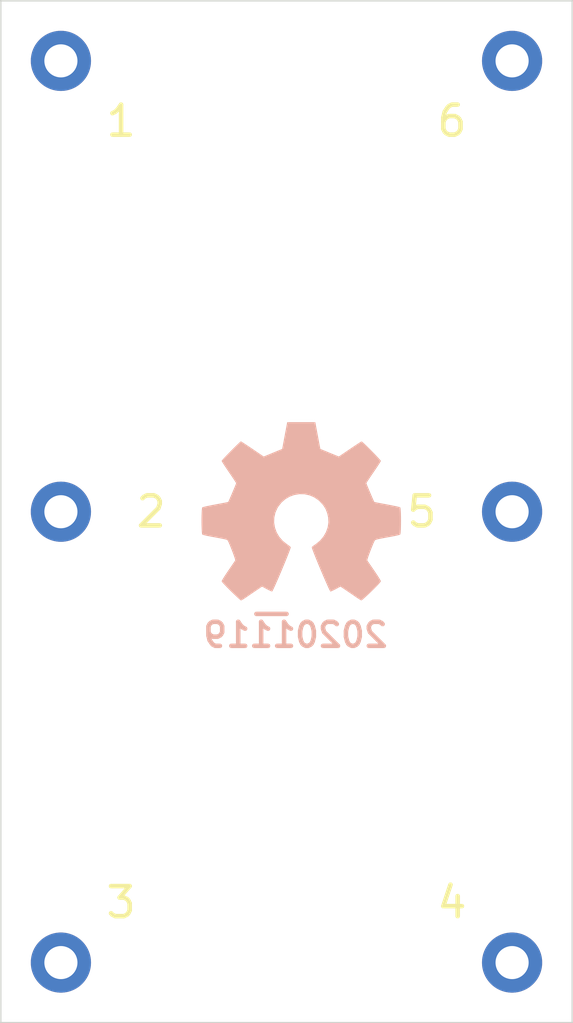
<source format=kicad_pcb>
(kicad_pcb (version 20171130) (host pcbnew 5.1.8-db9833491~87~ubuntu20.04.1)

  (general
    (thickness 1.6)
    (drawings 4)
    (tracks 0)
    (zones 0)
    (modules 8)
    (nets 2)
  )

  (page A4)
  (layers
    (0 F.Cu signal)
    (31 B.Cu signal)
    (32 B.Adhes user)
    (33 F.Adhes user)
    (34 B.Paste user)
    (35 F.Paste user)
    (36 B.SilkS user)
    (37 F.SilkS user)
    (38 B.Mask user)
    (39 F.Mask user)
    (40 Dwgs.User user)
    (41 Cmts.User user)
    (42 Eco1.User user)
    (43 Eco2.User user)
    (44 Edge.Cuts user)
    (45 Margin user)
    (46 B.CrtYd user)
    (47 F.CrtYd user)
    (48 B.Fab user)
    (49 F.Fab user)
  )

  (setup
    (last_trace_width 0.25)
    (user_trace_width 0.2)
    (user_trace_width 0.3)
    (user_trace_width 0.4)
    (user_trace_width 0.6)
    (user_trace_width 0.8)
    (user_trace_width 1)
    (user_trace_width 1.2)
    (user_trace_width 1.4)
    (user_trace_width 1.6)
    (user_trace_width 2)
    (trace_clearance 0.2)
    (zone_clearance 0.508)
    (zone_45_only no)
    (trace_min 0.1524)
    (via_size 0.8)
    (via_drill 0.4)
    (via_min_size 0.381)
    (via_min_drill 0.254)
    (user_via 0.4 0.254)
    (user_via 0.5 0.3)
    (user_via 0.6 0.4)
    (user_via 0.8 0.6)
    (user_via 1.1 0.8)
    (user_via 1.3 1)
    (user_via 1.5 1.2)
    (user_via 1.7 1.4)
    (user_via 1.9 1.6)
    (user_via 2.5 2)
    (uvia_size 0.3)
    (uvia_drill 0.1)
    (uvias_allowed no)
    (uvia_min_size 0.2)
    (uvia_min_drill 0.1)
    (edge_width 0.05)
    (segment_width 0.2)
    (pcb_text_width 0.3)
    (pcb_text_size 1.5 1.5)
    (mod_edge_width 0.12)
    (mod_text_size 0.8 0.8)
    (mod_text_width 0.12)
    (pad_size 1.524 1.524)
    (pad_drill 0.762)
    (pad_to_mask_clearance 0.0762)
    (solder_mask_min_width 0.1016)
    (pad_to_paste_clearance_ratio -0.1)
    (aux_axis_origin 0 0)
    (visible_elements FFFFFF7F)
    (pcbplotparams
      (layerselection 0x010fc_ffffffff)
      (usegerberextensions false)
      (usegerberattributes true)
      (usegerberadvancedattributes true)
      (creategerberjobfile true)
      (excludeedgelayer true)
      (linewidth 0.100000)
      (plotframeref false)
      (viasonmask false)
      (mode 1)
      (useauxorigin false)
      (hpglpennumber 1)
      (hpglpenspeed 20)
      (hpglpendiameter 15.000000)
      (psnegative false)
      (psa4output false)
      (plotreference true)
      (plotvalue true)
      (plotinvisibletext false)
      (padsonsilk false)
      (subtractmaskfromsilk false)
      (outputformat 1)
      (mirror false)
      (drillshape 1)
      (scaleselection 1)
      (outputdirectory ""))
  )

  (net 0 "")
  (net 1 "Net-(J1-Pad1)")

  (net_class Default "This is the default net class."
    (clearance 0.2)
    (trace_width 0.25)
    (via_dia 0.8)
    (via_drill 0.4)
    (uvia_dia 0.3)
    (uvia_drill 0.1)
    (add_net "Net-(J1-Pad1)")
  )

  (module mill-max:PC_pin_nail_head_6092 (layer F.Cu) (tedit 5FB583BD) (tstamp 5FB6EAD7)
    (at 157 63)
    (path /5FB6F255)
    (fp_text reference J6 (at -2 2) (layer F.Fab)
      (effects (font (size 1 1) (thickness 0.15)))
    )
    (fp_text value 6 (at -2 2) (layer F.SilkS)
      (effects (font (size 1 1) (thickness 0.15)))
    )
    (fp_circle (center 0 0) (end 1.3 0) (layer F.CrtYd) (width 0.025))
    (fp_circle (center 0 0) (end 1.3 0) (layer B.CrtYd) (width 0.025))
    (pad 1 thru_hole circle (at 0 0) (size 2 2) (drill 1.1) (layers *.Cu *.Mask)
      (net 1 "Net-(J1-Pad1)"))
  )

  (module mill-max:PC_pin_nail_head_6092 (layer F.Cu) (tedit 5FB583BD) (tstamp 5FB6EAD0)
    (at 157 78)
    (path /5FB6ECA4)
    (fp_text reference J5 (at -3 0) (layer F.Fab)
      (effects (font (size 1 1) (thickness 0.15)))
    )
    (fp_text value 5 (at -3 0) (layer F.SilkS)
      (effects (font (size 1 1) (thickness 0.15)))
    )
    (fp_circle (center 0 0) (end 1.3 0) (layer F.CrtYd) (width 0.025))
    (fp_circle (center 0 0) (end 1.3 0) (layer B.CrtYd) (width 0.025))
    (pad 1 thru_hole circle (at 0 0) (size 2 2) (drill 1.1) (layers *.Cu *.Mask)
      (net 1 "Net-(J1-Pad1)"))
  )

  (module mill-max:PC_pin_nail_head_6092 locked (layer F.Cu) (tedit 5FB583BD) (tstamp 5FB6EB0F)
    (at 157 93)
    (path /5FB5975F)
    (fp_text reference J4 (at -2 -2) (layer F.Fab)
      (effects (font (size 1 1) (thickness 0.15)))
    )
    (fp_text value 4 (at -2 -2) (layer F.SilkS)
      (effects (font (size 1 1) (thickness 0.15)))
    )
    (fp_circle (center 0 0) (end 1.3 0) (layer B.CrtYd) (width 0.025))
    (fp_circle (center 0 0) (end 1.3 0) (layer F.CrtYd) (width 0.025))
    (pad 1 thru_hole circle (at 0 0) (size 2 2) (drill 1.1) (layers *.Cu *.Mask)
      (net 1 "Net-(J1-Pad1)"))
  )

  (module mill-max:PC_pin_nail_head_6092 locked (layer F.Cu) (tedit 5FB583BD) (tstamp 5FB5E4C2)
    (at 142 93)
    (path /5FB592C5)
    (fp_text reference J3 (at 2 -2) (layer F.Fab)
      (effects (font (size 1 1) (thickness 0.15)))
    )
    (fp_text value 3 (at 2 -2) (layer F.SilkS)
      (effects (font (size 1 1) (thickness 0.15)))
    )
    (fp_circle (center 0 0) (end 1.3 0) (layer B.CrtYd) (width 0.025))
    (fp_circle (center 0 0) (end 1.3 0) (layer F.CrtYd) (width 0.025))
    (pad 1 thru_hole circle (at 0 0) (size 2 2) (drill 1.1) (layers *.Cu *.Mask)
      (net 1 "Net-(J1-Pad1)"))
  )

  (module mill-max:PC_pin_nail_head_6092 locked (layer F.Cu) (tedit 5FB583BD) (tstamp 5FB5E4BB)
    (at 142 78)
    (path /5FB58352)
    (fp_text reference J2 (at 3 0) (layer F.Fab)
      (effects (font (size 1 1) (thickness 0.15)))
    )
    (fp_text value 2 (at 3 0) (layer F.SilkS)
      (effects (font (size 1 1) (thickness 0.15)))
    )
    (fp_circle (center 0 0) (end 1.3 0) (layer B.CrtYd) (width 0.025))
    (fp_circle (center 0 0) (end 1.3 0) (layer F.CrtYd) (width 0.025))
    (pad 1 thru_hole circle (at 0 0) (size 2 2) (drill 1.1) (layers *.Cu *.Mask)
      (net 1 "Net-(J1-Pad1)"))
  )

  (module mill-max:PC_pin_nail_head_6092 locked (layer F.Cu) (tedit 5FB583BD) (tstamp 5FB5E4B4)
    (at 142 63)
    (path /5FB58B49)
    (fp_text reference J1 (at 2 2) (layer F.Fab)
      (effects (font (size 1 1) (thickness 0.15)))
    )
    (fp_text value 1 (at 2 2) (layer F.SilkS)
      (effects (font (size 1 1) (thickness 0.15)))
    )
    (fp_circle (center 0 0) (end 1.3 0) (layer B.CrtYd) (width 0.025))
    (fp_circle (center 0 0) (end 1.3 0) (layer F.CrtYd) (width 0.025))
    (pad 1 thru_hole circle (at 0 0) (size 2 2) (drill 1.1) (layers *.Cu *.Mask)
      (net 1 "Net-(J1-Pad1)"))
  )

  (module Symbol:OSHW-Symbol_6.7x6mm_SilkScreen (layer B.Cu) (tedit 0) (tstamp 5EE12086)
    (at 150 78 180)
    (descr "Open Source Hardware Symbol")
    (tags "Logo Symbol OSHW")
    (path /5EE13678)
    (attr virtual)
    (fp_text reference N2 (at 0 0) (layer B.SilkS) hide
      (effects (font (size 1 1) (thickness 0.15)) (justify mirror))
    )
    (fp_text value OHWLOGO (at 0.75 0) (layer B.Fab) hide
      (effects (font (size 1 1) (thickness 0.15)) (justify mirror))
    )
    (fp_poly (pts (xy 0.555814 2.531069) (xy 0.639635 2.086445) (xy 0.94892 1.958947) (xy 1.258206 1.831449)
      (xy 1.629246 2.083754) (xy 1.733157 2.154004) (xy 1.827087 2.216728) (xy 1.906652 2.269062)
      (xy 1.96747 2.308143) (xy 2.005157 2.331107) (xy 2.015421 2.336058) (xy 2.03391 2.323324)
      (xy 2.07342 2.288118) (xy 2.129522 2.234938) (xy 2.197787 2.168282) (xy 2.273786 2.092646)
      (xy 2.353092 2.012528) (xy 2.431275 1.932426) (xy 2.503907 1.856836) (xy 2.566559 1.790255)
      (xy 2.614803 1.737182) (xy 2.64421 1.702113) (xy 2.651241 1.690377) (xy 2.641123 1.66874)
      (xy 2.612759 1.621338) (xy 2.569129 1.552807) (xy 2.513218 1.467785) (xy 2.448006 1.370907)
      (xy 2.410219 1.31565) (xy 2.341343 1.214752) (xy 2.28014 1.123701) (xy 2.229578 1.04703)
      (xy 2.192628 0.989272) (xy 2.172258 0.954957) (xy 2.169197 0.947746) (xy 2.176136 0.927252)
      (xy 2.195051 0.879487) (xy 2.223087 0.811168) (xy 2.257391 0.729011) (xy 2.295109 0.63973)
      (xy 2.333387 0.550042) (xy 2.36937 0.466662) (xy 2.400206 0.396306) (xy 2.423039 0.34569)
      (xy 2.435017 0.321529) (xy 2.435724 0.320578) (xy 2.454531 0.315964) (xy 2.504618 0.305672)
      (xy 2.580793 0.290713) (xy 2.677865 0.272099) (xy 2.790643 0.250841) (xy 2.856442 0.238582)
      (xy 2.97695 0.215638) (xy 3.085797 0.193805) (xy 3.177476 0.174278) (xy 3.246481 0.158252)
      (xy 3.287304 0.146921) (xy 3.295511 0.143326) (xy 3.303548 0.118994) (xy 3.310033 0.064041)
      (xy 3.31497 -0.015108) (xy 3.318364 -0.112026) (xy 3.320218 -0.220287) (xy 3.320538 -0.333465)
      (xy 3.319327 -0.445135) (xy 3.31659 -0.548868) (xy 3.312331 -0.638241) (xy 3.306555 -0.706826)
      (xy 3.299267 -0.748197) (xy 3.294895 -0.75681) (xy 3.268764 -0.767133) (xy 3.213393 -0.781892)
      (xy 3.136107 -0.799352) (xy 3.04423 -0.81778) (xy 3.012158 -0.823741) (xy 2.857524 -0.852066)
      (xy 2.735375 -0.874876) (xy 2.641673 -0.89308) (xy 2.572384 -0.907583) (xy 2.523471 -0.919292)
      (xy 2.490897 -0.929115) (xy 2.470628 -0.937956) (xy 2.458626 -0.946724) (xy 2.456947 -0.948457)
      (xy 2.440184 -0.976371) (xy 2.414614 -1.030695) (xy 2.382788 -1.104777) (xy 2.34726 -1.191965)
      (xy 2.310583 -1.285608) (xy 2.275311 -1.379052) (xy 2.243996 -1.465647) (xy 2.219193 -1.53874)
      (xy 2.203454 -1.591678) (xy 2.199332 -1.617811) (xy 2.199676 -1.618726) (xy 2.213641 -1.640086)
      (xy 2.245322 -1.687084) (xy 2.291391 -1.754827) (xy 2.348518 -1.838423) (xy 2.413373 -1.932982)
      (xy 2.431843 -1.959854) (xy 2.497699 -2.057275) (xy 2.55565 -2.146163) (xy 2.602538 -2.221412)
      (xy 2.635207 -2.27792) (xy 2.6505 -2.310581) (xy 2.651241 -2.314593) (xy 2.638392 -2.335684)
      (xy 2.602888 -2.377464) (xy 2.549293 -2.435445) (xy 2.482171 -2.505135) (xy 2.406087 -2.582045)
      (xy 2.325604 -2.661683) (xy 2.245287 -2.739561) (xy 2.169699 -2.811186) (xy 2.103405 -2.87207)
      (xy 2.050969 -2.917721) (xy 2.016955 -2.94365) (xy 2.007545 -2.947883) (xy 1.985643 -2.937912)
      (xy 1.9408 -2.91102) (xy 1.880321 -2.871736) (xy 1.833789 -2.840117) (xy 1.749475 -2.782098)
      (xy 1.649626 -2.713784) (xy 1.549473 -2.645579) (xy 1.495627 -2.609075) (xy 1.313371 -2.4858)
      (xy 1.160381 -2.56852) (xy 1.090682 -2.604759) (xy 1.031414 -2.632926) (xy 0.991311 -2.648991)
      (xy 0.981103 -2.651226) (xy 0.968829 -2.634722) (xy 0.944613 -2.588082) (xy 0.910263 -2.515609)
      (xy 0.867588 -2.421606) (xy 0.818394 -2.310374) (xy 0.76449 -2.186215) (xy 0.707684 -2.053432)
      (xy 0.649782 -1.916327) (xy 0.592593 -1.779202) (xy 0.537924 -1.646358) (xy 0.487584 -1.522098)
      (xy 0.44338 -1.410725) (xy 0.407119 -1.316539) (xy 0.380609 -1.243844) (xy 0.365658 -1.196941)
      (xy 0.363254 -1.180833) (xy 0.382311 -1.160286) (xy 0.424036 -1.126933) (xy 0.479706 -1.087702)
      (xy 0.484378 -1.084599) (xy 0.628264 -0.969423) (xy 0.744283 -0.835053) (xy 0.83143 -0.685784)
      (xy 0.888699 -0.525913) (xy 0.915086 -0.359737) (xy 0.909585 -0.191552) (xy 0.87119 -0.025655)
      (xy 0.798895 0.133658) (xy 0.777626 0.168513) (xy 0.666996 0.309263) (xy 0.536302 0.422286)
      (xy 0.390064 0.506997) (xy 0.232808 0.562806) (xy 0.069057 0.589126) (xy -0.096667 0.58537)
      (xy -0.259838 0.55095) (xy -0.415935 0.485277) (xy -0.560433 0.387765) (xy -0.605131 0.348187)
      (xy -0.718888 0.224297) (xy -0.801782 0.093876) (xy -0.858644 -0.052315) (xy -0.890313 -0.197088)
      (xy -0.898131 -0.35986) (xy -0.872062 -0.52344) (xy -0.814755 -0.682298) (xy -0.728856 -0.830906)
      (xy -0.617014 -0.963735) (xy -0.481877 -1.075256) (xy -0.464117 -1.087011) (xy -0.40785 -1.125508)
      (xy -0.365077 -1.158863) (xy -0.344628 -1.18016) (xy -0.344331 -1.180833) (xy -0.348721 -1.203871)
      (xy -0.366124 -1.256157) (xy -0.394732 -1.33339) (xy -0.432735 -1.431268) (xy -0.478326 -1.545491)
      (xy -0.529697 -1.671758) (xy -0.585038 -1.805767) (xy -0.642542 -1.943218) (xy -0.700399 -2.079808)
      (xy -0.756802 -2.211237) (xy -0.809942 -2.333205) (xy -0.85801 -2.441409) (xy -0.899199 -2.531549)
      (xy -0.931699 -2.599323) (xy -0.953703 -2.64043) (xy -0.962564 -2.651226) (xy -0.98964 -2.642819)
      (xy -1.040303 -2.620272) (xy -1.105817 -2.587613) (xy -1.141841 -2.56852) (xy -1.294832 -2.4858)
      (xy -1.477088 -2.609075) (xy -1.570125 -2.672228) (xy -1.671985 -2.741727) (xy -1.767438 -2.807165)
      (xy -1.81525 -2.840117) (xy -1.882495 -2.885273) (xy -1.939436 -2.921057) (xy -1.978646 -2.942938)
      (xy -1.991381 -2.947563) (xy -2.009917 -2.935085) (xy -2.050941 -2.900252) (xy -2.110475 -2.846678)
      (xy -2.184542 -2.777983) (xy -2.269165 -2.697781) (xy -2.322685 -2.646286) (xy -2.416319 -2.554286)
      (xy -2.497241 -2.471999) (xy -2.562177 -2.402945) (xy -2.607858 -2.350644) (xy -2.631011 -2.318616)
      (xy -2.633232 -2.312116) (xy -2.622924 -2.287394) (xy -2.594439 -2.237405) (xy -2.550937 -2.167212)
      (xy -2.495577 -2.081875) (xy -2.43152 -1.986456) (xy -2.413303 -1.959854) (xy -2.346927 -1.863167)
      (xy -2.287378 -1.776117) (xy -2.237984 -1.703595) (xy -2.202075 -1.650493) (xy -2.182981 -1.621703)
      (xy -2.181136 -1.618726) (xy -2.183895 -1.595782) (xy -2.198538 -1.545336) (xy -2.222513 -1.474041)
      (xy -2.253266 -1.388547) (xy -2.288244 -1.295507) (xy -2.324893 -1.201574) (xy -2.360661 -1.113399)
      (xy -2.392994 -1.037634) (xy -2.419338 -0.980931) (xy -2.437142 -0.949943) (xy -2.438407 -0.948457)
      (xy -2.449294 -0.939601) (xy -2.467682 -0.930843) (xy -2.497606 -0.921277) (xy -2.543103 -0.909996)
      (xy -2.608209 -0.896093) (xy -2.696961 -0.878663) (xy -2.813393 -0.856798) (xy -2.961542 -0.829591)
      (xy -2.993618 -0.823741) (xy -3.088686 -0.805374) (xy -3.171565 -0.787405) (xy -3.23493 -0.771569)
      (xy -3.271458 -0.7596) (xy -3.276356 -0.75681) (xy -3.284427 -0.732072) (xy -3.290987 -0.67679)
      (xy -3.296033 -0.597389) (xy -3.299559 -0.500296) (xy -3.301561 -0.391938) (xy -3.302036 -0.27874)
      (xy -3.300977 -0.167128) (xy -3.298382 -0.063529) (xy -3.294246 0.025632) (xy -3.288563 0.093928)
      (xy -3.281331 0.134934) (xy -3.276971 0.143326) (xy -3.252698 0.151792) (xy -3.197426 0.165565)
      (xy -3.116662 0.18345) (xy -3.015912 0.204252) (xy -2.900683 0.226777) (xy -2.837902 0.238582)
      (xy -2.718787 0.260849) (xy -2.612565 0.281021) (xy -2.524427 0.298085) (xy -2.459566 0.311031)
      (xy -2.423174 0.318845) (xy -2.417184 0.320578) (xy -2.407061 0.34011) (xy -2.385662 0.387157)
      (xy -2.355839 0.454997) (xy -2.320445 0.536909) (xy -2.282332 0.626172) (xy -2.244353 0.716065)
      (xy -2.20936 0.799865) (xy -2.180206 0.870853) (xy -2.159743 0.922306) (xy -2.150823 0.947503)
      (xy -2.150657 0.948604) (xy -2.160769 0.968481) (xy -2.189117 1.014223) (xy -2.232723 1.081283)
      (xy -2.288606 1.165116) (xy -2.353787 1.261174) (xy -2.391679 1.31635) (xy -2.460725 1.417519)
      (xy -2.52205 1.50937) (xy -2.572663 1.587256) (xy -2.609571 1.646531) (xy -2.629782 1.682549)
      (xy -2.632701 1.690623) (xy -2.620153 1.709416) (xy -2.585463 1.749543) (xy -2.533063 1.806507)
      (xy -2.467384 1.875815) (xy -2.392856 1.952969) (xy -2.313913 2.033475) (xy -2.234983 2.112837)
      (xy -2.1605 2.18656) (xy -2.094894 2.250148) (xy -2.042596 2.299106) (xy -2.008039 2.328939)
      (xy -1.996478 2.336058) (xy -1.977654 2.326047) (xy -1.932631 2.297922) (xy -1.865787 2.254546)
      (xy -1.781499 2.198782) (xy -1.684144 2.133494) (xy -1.610707 2.083754) (xy -1.239667 1.831449)
      (xy -0.621095 2.086445) (xy -0.537275 2.531069) (xy -0.453454 2.975693) (xy 0.471994 2.975693)
      (xy 0.555814 2.531069)) (layer B.SilkS) (width 0.01))
  )

  (module SquantorLabels:Label_Generic (layer B.Cu) (tedit 5D8A7D4C) (tstamp 5FB6ED34)
    (at 149 82)
    (descr "Label for general purpose use")
    (tags Label)
    (path /5EE12BF3)
    (attr smd)
    (fp_text reference N1 (at 0 -1.85) (layer B.Fab) hide
      (effects (font (size 1 1) (thickness 0.15)) (justify mirror))
    )
    (fp_text value 20201119 (at 0.8 0.1) (layer B.SilkS)
      (effects (font (size 0.8 0.8) (thickness 0.15)) (justify mirror))
    )
    (fp_line (start -0.5 -0.6) (end 0.5 -0.6) (layer B.SilkS) (width 0.15))
  )

  (gr_line (start 159 61) (end 140 61) (layer Edge.Cuts) (width 0.05) (tstamp 5FB5E506))
  (gr_line (start 159 61) (end 159 95) (layer Edge.Cuts) (width 0.05) (tstamp 5FB5E4FA))
  (gr_line (start 140 95) (end 159 95) (layer Edge.Cuts) (width 0.05) (tstamp 5FB5E4F5))
  (gr_line (start 140 95) (end 140 61) (layer Edge.Cuts) (width 0.05))

)

</source>
